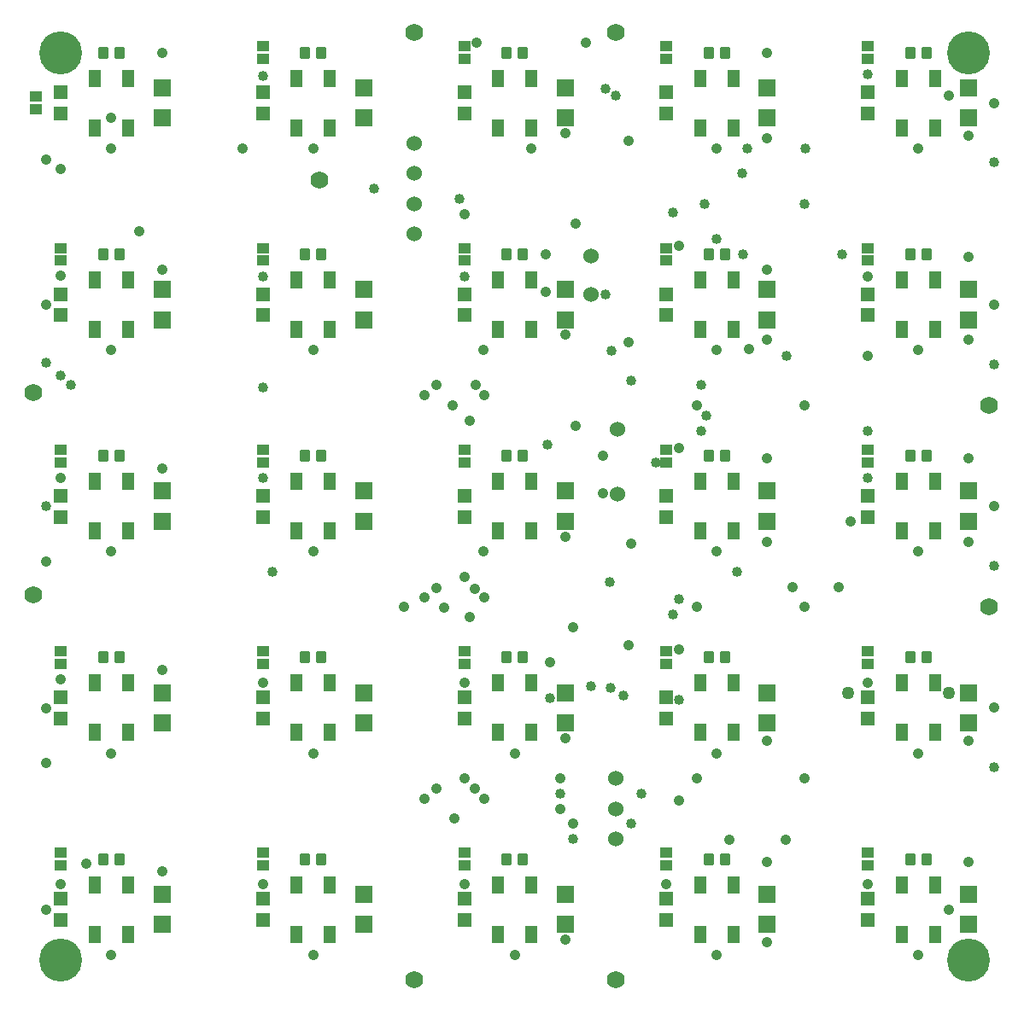
<source format=gts>
G04 Layer_Color=20142*
%FSLAX25Y25*%
%MOIN*%
G70*
G01*
G75*
%ADD41R,0.04624X0.07024*%
G04:AMPARAMS|DCode=42|XSize=41.73mil|YSize=45.67mil|CornerRadius=6.69mil|HoleSize=0mil|Usage=FLASHONLY|Rotation=0.000|XOffset=0mil|YOffset=0mil|HoleType=Round|Shape=RoundedRectangle|*
%AMROUNDEDRECTD42*
21,1,0.04173,0.03228,0,0,0.0*
21,1,0.02835,0.04567,0,0,0.0*
1,1,0.01339,0.01417,-0.01614*
1,1,0.01339,-0.01417,-0.01614*
1,1,0.01339,-0.01417,0.01614*
1,1,0.01339,0.01417,0.01614*
%
%ADD42ROUNDEDRECTD42*%
%ADD43R,0.06929X0.06535*%
%ADD44R,0.05748X0.05354*%
%ADD45R,0.04764X0.04173*%
%ADD46C,0.16772*%
%ADD47C,0.04173*%
%ADD48C,0.03976*%
%ADD49C,0.06024*%
%ADD50C,0.04961*%
%ADD51C,0.06929*%
D41*
X72240Y384055D02*
D03*
X85236D02*
D03*
X72240Y403401D02*
D03*
X85236D02*
D03*
X387201Y69095D02*
D03*
X400197D02*
D03*
X387201Y88440D02*
D03*
X400197D02*
D03*
X308461Y69095D02*
D03*
X321457D02*
D03*
X308461Y88440D02*
D03*
X321457D02*
D03*
X229720Y69095D02*
D03*
X242717D02*
D03*
X229720Y88440D02*
D03*
X242717D02*
D03*
X150980Y69095D02*
D03*
X163976D02*
D03*
X150980Y88440D02*
D03*
X163976D02*
D03*
X72240Y69095D02*
D03*
X85236D02*
D03*
X72240Y88440D02*
D03*
X85236D02*
D03*
X387201Y147835D02*
D03*
X400197D02*
D03*
X387201Y167180D02*
D03*
X400197D02*
D03*
X308461Y147835D02*
D03*
X321457D02*
D03*
X308461Y167180D02*
D03*
X321457D02*
D03*
X229720Y147835D02*
D03*
X242717D02*
D03*
X229720Y167180D02*
D03*
X242717D02*
D03*
X150980Y147835D02*
D03*
X163976D02*
D03*
X150980Y167180D02*
D03*
X163976D02*
D03*
X72240Y147835D02*
D03*
X85236D02*
D03*
X72240Y167180D02*
D03*
X85236D02*
D03*
X387201Y226575D02*
D03*
X400197D02*
D03*
X387201Y245920D02*
D03*
X400197D02*
D03*
X308461Y226575D02*
D03*
X321457D02*
D03*
X308461Y245920D02*
D03*
X321457D02*
D03*
X229720Y226575D02*
D03*
X242717D02*
D03*
X229720Y245920D02*
D03*
X242717D02*
D03*
X150980Y226575D02*
D03*
X163976D02*
D03*
X150980Y245920D02*
D03*
X163976D02*
D03*
X72240Y226575D02*
D03*
X85236D02*
D03*
X72240Y245920D02*
D03*
X85236D02*
D03*
X387201Y305315D02*
D03*
X400197D02*
D03*
X387201Y324661D02*
D03*
X400197D02*
D03*
X308461Y305315D02*
D03*
X321457D02*
D03*
X308461Y324661D02*
D03*
X321457D02*
D03*
X229720Y305315D02*
D03*
X242717D02*
D03*
X229720Y324661D02*
D03*
X242717D02*
D03*
X150980Y305315D02*
D03*
X163976D02*
D03*
X150980Y324661D02*
D03*
X163976D02*
D03*
X72240Y305315D02*
D03*
X85236D02*
D03*
X72240Y324661D02*
D03*
X85236D02*
D03*
X387201Y384055D02*
D03*
X400197D02*
D03*
X387201Y403401D02*
D03*
X400197D02*
D03*
X308461Y384055D02*
D03*
X321457D02*
D03*
X308461Y403401D02*
D03*
X321457D02*
D03*
X229720Y384055D02*
D03*
X242717D02*
D03*
X229720Y403401D02*
D03*
X242717D02*
D03*
X150980Y384055D02*
D03*
X163976D02*
D03*
X150980Y403401D02*
D03*
X163976D02*
D03*
D42*
X75590Y413386D02*
D03*
X81890D02*
D03*
X390551Y98425D02*
D03*
X396850D02*
D03*
X311811D02*
D03*
X318110D02*
D03*
X233071D02*
D03*
X239370D02*
D03*
X154331D02*
D03*
X160630D02*
D03*
X75590D02*
D03*
X81890D02*
D03*
X390551Y177165D02*
D03*
X396850D02*
D03*
X311811D02*
D03*
X318110D02*
D03*
X233071D02*
D03*
X239370D02*
D03*
X154331D02*
D03*
X160630D02*
D03*
X75590D02*
D03*
X81890D02*
D03*
X390551Y255906D02*
D03*
X396850D02*
D03*
X311811D02*
D03*
X318110D02*
D03*
X233071D02*
D03*
X239370D02*
D03*
X154331D02*
D03*
X160630D02*
D03*
X75590D02*
D03*
X81890D02*
D03*
X390551Y334646D02*
D03*
X396850D02*
D03*
X311811D02*
D03*
X318110D02*
D03*
X233071D02*
D03*
X239370D02*
D03*
X154331D02*
D03*
X160630D02*
D03*
X75590D02*
D03*
X81890D02*
D03*
X390551Y413386D02*
D03*
X396850D02*
D03*
X311811D02*
D03*
X318110D02*
D03*
X233071D02*
D03*
X239370D02*
D03*
X154331D02*
D03*
X160630D02*
D03*
D43*
X98425Y399606D02*
D03*
Y387795D02*
D03*
X413386Y84646D02*
D03*
Y72835D02*
D03*
X334646Y84646D02*
D03*
Y72835D02*
D03*
X255906Y84646D02*
D03*
Y72835D02*
D03*
X177165Y84646D02*
D03*
Y72835D02*
D03*
X98425Y84646D02*
D03*
Y72835D02*
D03*
X413386Y163386D02*
D03*
Y151575D02*
D03*
X334646Y163386D02*
D03*
Y151575D02*
D03*
X255906Y163386D02*
D03*
Y151575D02*
D03*
X177165Y163386D02*
D03*
Y151575D02*
D03*
X98425Y163386D02*
D03*
Y151575D02*
D03*
X413386Y242126D02*
D03*
Y230315D02*
D03*
X334646Y242126D02*
D03*
Y230315D02*
D03*
X255906Y242126D02*
D03*
Y230315D02*
D03*
X177165Y242126D02*
D03*
Y230315D02*
D03*
X98425Y242126D02*
D03*
Y230315D02*
D03*
X413386Y320866D02*
D03*
Y309055D02*
D03*
X334646Y320866D02*
D03*
Y309055D02*
D03*
X255906Y320866D02*
D03*
Y309055D02*
D03*
X177165Y320866D02*
D03*
Y309055D02*
D03*
X98425Y320866D02*
D03*
Y309055D02*
D03*
X413386Y399606D02*
D03*
Y387795D02*
D03*
X334646Y399606D02*
D03*
Y387795D02*
D03*
X255906Y399606D02*
D03*
Y387795D02*
D03*
X177165Y399606D02*
D03*
Y387795D02*
D03*
D44*
X59055Y389567D02*
D03*
Y397835D02*
D03*
X374016Y74606D02*
D03*
Y82874D02*
D03*
X295276Y74606D02*
D03*
Y82874D02*
D03*
X216535Y74606D02*
D03*
Y82874D02*
D03*
X137795Y74606D02*
D03*
Y82874D02*
D03*
X59055Y74606D02*
D03*
Y82874D02*
D03*
X374016Y153347D02*
D03*
Y161614D02*
D03*
X295276Y153347D02*
D03*
Y161614D02*
D03*
X216535Y153347D02*
D03*
Y161614D02*
D03*
X137795Y153347D02*
D03*
Y161614D02*
D03*
X59055Y153347D02*
D03*
Y161614D02*
D03*
X374016Y232087D02*
D03*
Y240354D02*
D03*
X295276Y232087D02*
D03*
Y240354D02*
D03*
X216535Y232087D02*
D03*
Y240354D02*
D03*
X137795Y232087D02*
D03*
Y240354D02*
D03*
X59055Y232087D02*
D03*
Y240354D02*
D03*
X374016Y310827D02*
D03*
Y319094D02*
D03*
X295276Y310827D02*
D03*
Y319094D02*
D03*
X216535Y310827D02*
D03*
Y319094D02*
D03*
X137795Y310827D02*
D03*
Y319094D02*
D03*
X59055Y310827D02*
D03*
Y319094D02*
D03*
X374016Y389567D02*
D03*
Y397835D02*
D03*
X295276Y389567D02*
D03*
Y397835D02*
D03*
X216535Y389567D02*
D03*
Y397835D02*
D03*
X137795Y389567D02*
D03*
Y397835D02*
D03*
D45*
X374016Y100886D02*
D03*
Y95965D02*
D03*
X295276Y100886D02*
D03*
Y95965D02*
D03*
X216535Y100886D02*
D03*
Y95965D02*
D03*
X137795Y100886D02*
D03*
Y95965D02*
D03*
X59055Y100886D02*
D03*
Y95965D02*
D03*
X374016Y179626D02*
D03*
Y174705D02*
D03*
X295276Y179626D02*
D03*
Y174705D02*
D03*
X216535Y179626D02*
D03*
Y174705D02*
D03*
X137795Y179626D02*
D03*
Y174705D02*
D03*
X59055Y179626D02*
D03*
Y174705D02*
D03*
X374016Y258366D02*
D03*
Y253445D02*
D03*
X295276Y258366D02*
D03*
Y253445D02*
D03*
X216535Y258366D02*
D03*
Y253445D02*
D03*
X137795Y258366D02*
D03*
Y253445D02*
D03*
X59055Y258366D02*
D03*
Y253445D02*
D03*
X374016Y337106D02*
D03*
Y332185D02*
D03*
X295276Y337106D02*
D03*
Y332185D02*
D03*
X216535Y337106D02*
D03*
Y332185D02*
D03*
X137795Y337106D02*
D03*
Y332185D02*
D03*
X59055Y337106D02*
D03*
Y332185D02*
D03*
X374016Y415846D02*
D03*
Y410925D02*
D03*
X295276Y415846D02*
D03*
Y410925D02*
D03*
X216535Y415846D02*
D03*
Y410925D02*
D03*
X137795Y415846D02*
D03*
Y410925D02*
D03*
X49213Y391240D02*
D03*
Y396161D02*
D03*
D46*
X413386Y59055D02*
D03*
X59055D02*
D03*
Y413386D02*
D03*
X413386D02*
D03*
D47*
X423228Y157480D02*
D03*
Y236221D02*
D03*
Y393701D02*
D03*
Y314961D02*
D03*
X334646Y379921D02*
D03*
X59055Y88583D02*
D03*
X68898Y96457D02*
D03*
X242618Y375984D02*
D03*
X223917Y297244D02*
D03*
Y218504D02*
D03*
X137795Y167323D02*
D03*
X216535D02*
D03*
X374016D02*
D03*
Y88583D02*
D03*
X295276D02*
D03*
X216535D02*
D03*
X137795D02*
D03*
X258858Y188976D02*
D03*
Y112205D02*
D03*
X216535Y129921D02*
D03*
X270669Y255906D02*
D03*
Y241142D02*
D03*
X216535Y208661D02*
D03*
X248228Y319882D02*
D03*
Y334646D02*
D03*
X280512Y182087D02*
D03*
X281496Y221457D02*
D03*
X280512Y300197D02*
D03*
X349410Y275590D02*
D03*
X367126Y230315D02*
D03*
X300197Y180315D02*
D03*
Y121260D02*
D03*
X259842Y346457D02*
D03*
X224410Y279528D02*
D03*
X334646Y222441D02*
D03*
X253937Y129921D02*
D03*
Y118110D02*
D03*
X255906Y303150D02*
D03*
Y224410D02*
D03*
X224410Y200787D02*
D03*
X205512Y204331D02*
D03*
X224410Y122047D02*
D03*
X129921Y375984D02*
D03*
X255906Y145669D02*
D03*
Y66929D02*
D03*
X78740Y375984D02*
D03*
X157480D02*
D03*
X314961D02*
D03*
X393701D02*
D03*
Y297244D02*
D03*
X314961D02*
D03*
X157480D02*
D03*
X78740D02*
D03*
Y218504D02*
D03*
X157480D02*
D03*
X314961D02*
D03*
X393701D02*
D03*
Y139764D02*
D03*
X314961D02*
D03*
X236221D02*
D03*
X157480D02*
D03*
X78740D02*
D03*
X393701Y61024D02*
D03*
X314961D02*
D03*
X236221D02*
D03*
X78740D02*
D03*
X157480D02*
D03*
X405512Y78740D02*
D03*
X334646Y65945D02*
D03*
Y97441D02*
D03*
Y144685D02*
D03*
X413386Y144685D02*
D03*
Y97441D02*
D03*
Y222441D02*
D03*
Y254921D02*
D03*
Y301181D02*
D03*
Y333661D02*
D03*
Y380906D02*
D03*
X405512Y396654D02*
D03*
X334646Y413386D02*
D03*
X98425D02*
D03*
X334646Y254921D02*
D03*
X89567Y343504D02*
D03*
X98425Y328740D02*
D03*
Y250984D02*
D03*
Y172244D02*
D03*
Y93504D02*
D03*
X319882Y105807D02*
D03*
X342028D02*
D03*
X250000Y175197D02*
D03*
X307087Y275590D02*
D03*
Y129921D02*
D03*
X349410D02*
D03*
X307087Y196850D02*
D03*
X349410D02*
D03*
X280512Y378937D02*
D03*
X255906Y381890D02*
D03*
X374016Y325984D02*
D03*
X53181Y314929D02*
D03*
X53159Y371663D02*
D03*
X59055Y368110D02*
D03*
Y326378D02*
D03*
X53150Y135827D02*
D03*
Y78709D02*
D03*
Y157449D02*
D03*
Y214567D02*
D03*
X59055Y247244D02*
D03*
Y168504D02*
D03*
X220472Y203937D02*
D03*
Y125984D02*
D03*
X205511Y125984D02*
D03*
X212598Y114173D02*
D03*
X218504Y192913D02*
D03*
Y269685D02*
D03*
X216535Y350394D02*
D03*
X208465Y196653D02*
D03*
X300197Y259055D02*
D03*
X211811Y275590D02*
D03*
X259842Y267717D02*
D03*
X263779Y417323D02*
D03*
X221260D02*
D03*
X205512Y283465D02*
D03*
X220866D02*
D03*
X200787Y279480D02*
D03*
Y200787D02*
D03*
X192913Y196850D02*
D03*
X200787Y122047D02*
D03*
X78740Y387795D02*
D03*
X334646Y328740D02*
D03*
X300197Y337795D02*
D03*
X327559Y297638D02*
D03*
X334646Y301181D02*
D03*
X374016Y294882D02*
D03*
X362598Y204724D02*
D03*
X344488Y204675D02*
D03*
D48*
X423228Y134252D02*
D03*
Y212992D02*
D03*
Y370472D02*
D03*
X274016Y296850D02*
D03*
X423228Y291732D02*
D03*
X310236Y354331D02*
D03*
X363779Y334646D02*
D03*
X349606Y375984D02*
D03*
X326772Y375984D02*
D03*
X278740Y162205D02*
D03*
X325197Y334646D02*
D03*
X300394Y200000D02*
D03*
X291339Y253445D02*
D03*
X273130Y206693D02*
D03*
X258858Y106299D02*
D03*
X285433Y124016D02*
D03*
X253937D02*
D03*
X300394Y160630D02*
D03*
X265748Y165847D02*
D03*
X250000Y161417D02*
D03*
X141732Y210630D02*
D03*
X322835D02*
D03*
X297835Y193799D02*
D03*
X273622Y165354D02*
D03*
X281496Y112205D02*
D03*
X137795Y404380D02*
D03*
X374016Y405118D02*
D03*
X271654Y318898D02*
D03*
X53150Y236189D02*
D03*
X59055Y287402D02*
D03*
X62992Y283465D02*
D03*
X309055D02*
D03*
X311024Y271654D02*
D03*
X248819Y260236D02*
D03*
X309055Y265748D02*
D03*
X374016D02*
D03*
Y247244D02*
D03*
X281496Y285433D02*
D03*
X137795Y247244D02*
D03*
X137795Y325984D02*
D03*
X181102Y360236D02*
D03*
X297835Y350984D02*
D03*
X216535Y325984D02*
D03*
X214567Y356299D02*
D03*
X275590Y396457D02*
D03*
X271654Y399213D02*
D03*
X314961Y340551D02*
D03*
X324803Y366142D02*
D03*
X349410Y354331D02*
D03*
X137795Y282677D02*
D03*
X53150Y292126D02*
D03*
X342126Y294882D02*
D03*
D49*
X196850Y366142D02*
D03*
X275590Y106299D02*
D03*
X196850Y342520D02*
D03*
Y377953D02*
D03*
X275590Y129921D02*
D03*
Y118110D02*
D03*
X196850Y354331D02*
D03*
X265748Y333858D02*
D03*
X276378Y240945D02*
D03*
Y266142D02*
D03*
X265748Y318898D02*
D03*
D50*
X405512Y163386D02*
D03*
X366142Y163386D02*
D03*
D51*
X159941Y363681D02*
D03*
X48228Y280512D02*
D03*
X48228Y201772D02*
D03*
X421260Y275590D02*
D03*
Y196850D02*
D03*
X275590Y51181D02*
D03*
X196850D02*
D03*
Y421260D02*
D03*
X275590D02*
D03*
M02*

</source>
